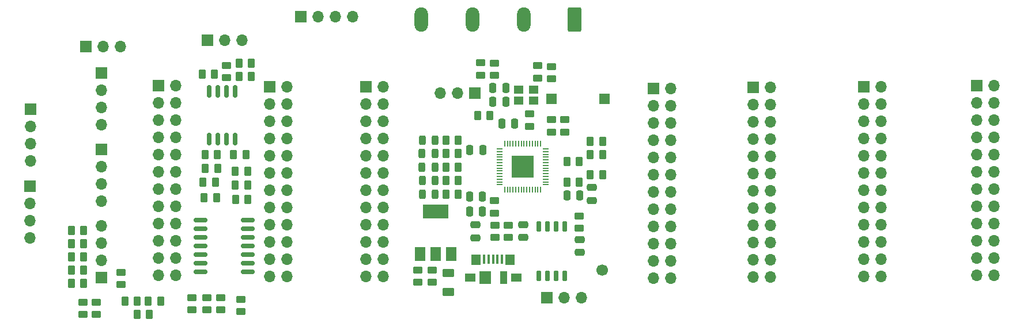
<source format=gts>
%TF.GenerationSoftware,KiCad,Pcbnew,(6.0.2)*%
%TF.CreationDate,2022-03-04T11:59:17-06:00*%
%TF.ProjectId,rev1,72657631-2e6b-4696-9361-645f70636258,rev?*%
%TF.SameCoordinates,Original*%
%TF.FileFunction,Soldermask,Top*%
%TF.FilePolarity,Negative*%
%FSLAX46Y46*%
G04 Gerber Fmt 4.6, Leading zero omitted, Abs format (unit mm)*
G04 Created by KiCad (PCBNEW (6.0.2)) date 2022-03-04 11:59:17*
%MOMM*%
%LPD*%
G01*
G04 APERTURE LIST*
G04 Aperture macros list*
%AMRoundRect*
0 Rectangle with rounded corners*
0 $1 Rounding radius*
0 $2 $3 $4 $5 $6 $7 $8 $9 X,Y pos of 4 corners*
0 Add a 4 corners polygon primitive as box body*
4,1,4,$2,$3,$4,$5,$6,$7,$8,$9,$2,$3,0*
0 Add four circle primitives for the rounded corners*
1,1,$1+$1,$2,$3*
1,1,$1+$1,$4,$5*
1,1,$1+$1,$6,$7*
1,1,$1+$1,$8,$9*
0 Add four rect primitives between the rounded corners*
20,1,$1+$1,$2,$3,$4,$5,0*
20,1,$1+$1,$4,$5,$6,$7,0*
20,1,$1+$1,$6,$7,$8,$9,0*
20,1,$1+$1,$8,$9,$2,$3,0*%
G04 Aperture macros list end*
%ADD10RoundRect,0.250000X0.250000X0.475000X-0.250000X0.475000X-0.250000X-0.475000X0.250000X-0.475000X0*%
%ADD11RoundRect,0.250000X0.475000X-0.250000X0.475000X0.250000X-0.475000X0.250000X-0.475000X-0.250000X0*%
%ADD12RoundRect,0.250000X-0.475000X0.250000X-0.475000X-0.250000X0.475000X-0.250000X0.475000X0.250000X0*%
%ADD13RoundRect,0.250000X-0.250000X-0.475000X0.250000X-0.475000X0.250000X0.475000X-0.250000X0.475000X0*%
%ADD14RoundRect,0.250000X-0.625000X0.375000X-0.625000X-0.375000X0.625000X-0.375000X0.625000X0.375000X0*%
%ADD15R,0.450000X1.380000*%
%ADD16R,1.650000X1.300000*%
%ADD17R,1.000000X1.900000*%
%ADD18R,1.425000X1.550000*%
%ADD19R,1.800000X1.900000*%
%ADD20R,1.700000X1.700000*%
%ADD21O,1.700000X1.700000*%
%ADD22RoundRect,0.250000X-0.450000X0.262500X-0.450000X-0.262500X0.450000X-0.262500X0.450000X0.262500X0*%
%ADD23RoundRect,0.250000X0.450000X-0.262500X0.450000X0.262500X-0.450000X0.262500X-0.450000X-0.262500X0*%
%ADD24RoundRect,0.250000X0.262500X0.450000X-0.262500X0.450000X-0.262500X-0.450000X0.262500X-0.450000X0*%
%ADD25R,1.400000X1.200000*%
%ADD26RoundRect,0.150000X-0.150000X0.650000X-0.150000X-0.650000X0.150000X-0.650000X0.150000X0.650000X0*%
%ADD27R,1.500000X1.500000*%
%ADD28RoundRect,0.250000X-0.262500X-0.450000X0.262500X-0.450000X0.262500X0.450000X-0.262500X0.450000X0*%
%ADD29RoundRect,0.243750X-0.243750X-0.456250X0.243750X-0.456250X0.243750X0.456250X-0.243750X0.456250X0*%
%ADD30R,1.500000X2.000000*%
%ADD31R,3.800000X2.000000*%
%ADD32R,0.812800X0.177800*%
%ADD33R,0.177800X0.812800*%
%ADD34R,3.200400X3.200400*%
%ADD35C,1.700000*%
%ADD36RoundRect,0.150000X0.150000X-0.800000X0.150000X0.800000X-0.150000X0.800000X-0.150000X-0.800000X0*%
%ADD37RoundRect,0.150000X0.837500X0.150000X-0.837500X0.150000X-0.837500X-0.150000X0.837500X-0.150000X0*%
%ADD38RoundRect,0.250000X0.750000X1.550000X-0.750000X1.550000X-0.750000X-1.550000X0.750000X-1.550000X0*%
%ADD39O,2.000000X3.600000*%
G04 APERTURE END LIST*
D10*
%TO.C,C2*%
X193981400Y-107760220D03*
X192081400Y-107760220D03*
%TD*%
%TO.C,C3*%
X193988940Y-109810000D03*
X192088940Y-109810000D03*
%TD*%
D11*
%TO.C,C1*%
X189559180Y-129855760D03*
X189559180Y-127955760D03*
%TD*%
D12*
%TO.C,C7*%
X196528940Y-127912580D03*
X196528940Y-129812580D03*
%TD*%
D13*
%TO.C,C4*%
X188634540Y-123757140D03*
X190534540Y-123757140D03*
%TD*%
D10*
%TO.C,C9*%
X190557400Y-126002500D03*
X188657400Y-126002500D03*
%TD*%
%TO.C,C5*%
X190600000Y-116950000D03*
X188700000Y-116950000D03*
%TD*%
D13*
%TO.C,C6*%
X202939820Y-123632680D03*
X204839820Y-123632680D03*
%TD*%
D11*
%TO.C,C8*%
X204814420Y-131999520D03*
X204814420Y-130099520D03*
%TD*%
D10*
%TO.C,C10*%
X195299580Y-113043420D03*
X193399580Y-113043420D03*
%TD*%
D12*
%TO.C,C11*%
X206650000Y-122450000D03*
X206650000Y-124350000D03*
%TD*%
D14*
%TO.C,D6*%
X185574920Y-135016500D03*
X185574920Y-137816500D03*
%TD*%
D15*
%TO.C,J2*%
X190815260Y-133024420D03*
X191465260Y-133024420D03*
X192115260Y-133024420D03*
X192765260Y-133024420D03*
X193415260Y-133024420D03*
D16*
X195490260Y-135684420D03*
X188740260Y-135684420D03*
D17*
X193665260Y-135684420D03*
D18*
X194602760Y-133109420D03*
D19*
X190965260Y-135684420D03*
D18*
X189627760Y-133109420D03*
%TD*%
D20*
%TO.C,J16*%
X189394080Y-108560320D03*
D21*
X186854080Y-108560320D03*
X184314080Y-108560320D03*
%TD*%
D22*
%TO.C,R11*%
X194354700Y-127972260D03*
X194354700Y-129797260D03*
%TD*%
%TO.C,R12*%
X192355720Y-127972260D03*
X192355720Y-129797260D03*
%TD*%
%TO.C,R18*%
X183179700Y-134589780D03*
X183179700Y-136414780D03*
%TD*%
D23*
%TO.C,R19*%
X181086740Y-136414780D03*
X181086740Y-134589780D03*
%TD*%
D24*
%TO.C,R47*%
X191662500Y-111800000D03*
X189837500Y-111800000D03*
%TD*%
D22*
%TO.C,R50*%
X204799180Y-126643840D03*
X204799180Y-128468840D03*
%TD*%
D25*
%TO.C,Y1*%
X198050400Y-108037280D03*
X195850400Y-108037280D03*
X195850400Y-109637280D03*
X198050400Y-109637280D03*
%TD*%
D26*
%TO.C,U5*%
X202675740Y-128223360D03*
X201405740Y-128223360D03*
X200135740Y-128223360D03*
X198865740Y-128223360D03*
X198865740Y-135423360D03*
X200135740Y-135423360D03*
X201405740Y-135423360D03*
X202675740Y-135423360D03*
%TD*%
D27*
%TO.C,SW1*%
X208515200Y-109352800D03*
X200715200Y-109352800D03*
%TD*%
D28*
%TO.C,R5*%
X185158880Y-121425000D03*
X186983880Y-121425000D03*
%TD*%
%TO.C,R4*%
X185162500Y-119444920D03*
X186987500Y-119444920D03*
%TD*%
%TO.C,R3*%
X185158840Y-117450000D03*
X186983840Y-117450000D03*
%TD*%
D29*
%TO.C,D3*%
X181680960Y-119439840D03*
X183555960Y-119439840D03*
%TD*%
%TO.C,D2*%
X181675000Y-117450000D03*
X183550000Y-117450000D03*
%TD*%
D30*
%TO.C,U2*%
X181400000Y-132275000D03*
D31*
X183700000Y-125975000D03*
D30*
X183700000Y-132275000D03*
X186000000Y-132275000D03*
%TD*%
D23*
%TO.C,R49*%
X200679300Y-114296920D03*
X200679300Y-112471920D03*
%TD*%
D29*
%TO.C,D4*%
X181687500Y-121419920D03*
X183562500Y-121419920D03*
%TD*%
D22*
%TO.C,R51*%
X192343020Y-124399760D03*
X192343020Y-126224760D03*
%TD*%
D32*
%TO.C,U4*%
X199863960Y-122029940D03*
X199863960Y-121623540D03*
X199863960Y-121217140D03*
X199863960Y-120810740D03*
X199863960Y-120404340D03*
X199863960Y-119997940D03*
X199863960Y-119591540D03*
X199863960Y-119185140D03*
X199863960Y-118778740D03*
X199863960Y-118372340D03*
X199863960Y-117965940D03*
X199863960Y-117559540D03*
X199863960Y-117153140D03*
X199863960Y-116746740D03*
D33*
X199101960Y-115984740D03*
X198695560Y-115984740D03*
X198289160Y-115984740D03*
X197882760Y-115984740D03*
X197476360Y-115984740D03*
X197069960Y-115984740D03*
X196663560Y-115984740D03*
X196257160Y-115984740D03*
X195850760Y-115984740D03*
X195444360Y-115984740D03*
X195037960Y-115984740D03*
X194631560Y-115984740D03*
X194225160Y-115984740D03*
X193818760Y-115984740D03*
D32*
X193056760Y-116746740D03*
X193056760Y-117153140D03*
X193056760Y-117559540D03*
X193056760Y-117965940D03*
X193056760Y-118372340D03*
X193056760Y-118778740D03*
X193056760Y-119185140D03*
X193056760Y-119591540D03*
X193056760Y-119997940D03*
X193056760Y-120404340D03*
X193056760Y-120810740D03*
X193056760Y-121217140D03*
X193056760Y-121623540D03*
X193056760Y-122029940D03*
D33*
X193818760Y-122791940D03*
X194225160Y-122791940D03*
X194631560Y-122791940D03*
X195037960Y-122791940D03*
X195444360Y-122791940D03*
X195850760Y-122791940D03*
X196257160Y-122791940D03*
X196663560Y-122791940D03*
X197069960Y-122791940D03*
X197476360Y-122791940D03*
X197882760Y-122791940D03*
X198289160Y-122791940D03*
X198695560Y-122791940D03*
X199101960Y-122791940D03*
D34*
X196460360Y-119388340D03*
%TD*%
D29*
%TO.C,D1*%
X181694880Y-115468900D03*
X183569880Y-115468900D03*
%TD*%
D28*
%TO.C,R2*%
X185172620Y-115468900D03*
X186997620Y-115468900D03*
%TD*%
D23*
%TO.C,R48*%
X197456040Y-113430780D03*
X197456040Y-111605780D03*
%TD*%
D35*
%TO.C,J14*%
X208185000Y-134575000D03*
%TD*%
D28*
%TO.C,R31*%
X130137500Y-130700000D03*
X131962500Y-130700000D03*
%TD*%
D20*
%TO.C,J15*%
X132275000Y-101700000D03*
D21*
X134815000Y-101700000D03*
X137355000Y-101700000D03*
%TD*%
D20*
%TO.C,J18*%
X159310000Y-107600000D03*
D21*
X161850000Y-107600000D03*
X159310000Y-110140000D03*
X161850000Y-110140000D03*
X159310000Y-112680000D03*
X161850000Y-112680000D03*
X159310000Y-115220000D03*
X161850000Y-115220000D03*
X159310000Y-117760000D03*
X161850000Y-117760000D03*
X159310000Y-120300000D03*
X161850000Y-120300000D03*
X159310000Y-122840000D03*
X161850000Y-122840000D03*
X159310000Y-125380000D03*
X161850000Y-125380000D03*
X159310000Y-127920000D03*
X161850000Y-127920000D03*
X159310000Y-130460000D03*
X161850000Y-130460000D03*
X159310000Y-133000000D03*
X161850000Y-133000000D03*
X159310000Y-135540000D03*
X161850000Y-135540000D03*
%TD*%
D28*
%TO.C,R20*%
X139777500Y-141150000D03*
X141602500Y-141150000D03*
%TD*%
%TO.C,R6*%
X185162500Y-123400000D03*
X186987500Y-123400000D03*
%TD*%
%TO.C,R1*%
X202962500Y-121650000D03*
X204787500Y-121650000D03*
%TD*%
%TO.C,R10*%
X206387500Y-115625000D03*
X208212500Y-115625000D03*
%TD*%
%TO.C,R40*%
X149807500Y-119670000D03*
X151632500Y-119670000D03*
%TD*%
D22*
%TO.C,R27*%
X147900000Y-138667500D03*
X147900000Y-140492500D03*
%TD*%
D24*
%TO.C,R37*%
X151332500Y-121660000D03*
X149507500Y-121660000D03*
%TD*%
D28*
%TO.C,R34*%
X130137500Y-128740000D03*
X131962500Y-128740000D03*
%TD*%
D23*
%TO.C,R16*%
X190250000Y-105912500D03*
X190250000Y-104087500D03*
%TD*%
D20*
%TO.C,J7*%
X134600000Y-135740000D03*
D21*
X134600000Y-133200000D03*
X134600000Y-130660000D03*
X134600000Y-128120000D03*
%TD*%
D23*
%TO.C,R46*%
X133810000Y-141152500D03*
X133810000Y-139327500D03*
%TD*%
D20*
%TO.C,J5*%
X246615000Y-107615000D03*
D21*
X249155000Y-107615000D03*
X246615000Y-110155000D03*
X249155000Y-110155000D03*
X246615000Y-112695000D03*
X249155000Y-112695000D03*
X246615000Y-115235000D03*
X249155000Y-115235000D03*
X246615000Y-117775000D03*
X249155000Y-117775000D03*
X246615000Y-120315000D03*
X249155000Y-120315000D03*
X246615000Y-122855000D03*
X249155000Y-122855000D03*
X246615000Y-125395000D03*
X249155000Y-125395000D03*
X246615000Y-127935000D03*
X249155000Y-127935000D03*
X246615000Y-130475000D03*
X249155000Y-130475000D03*
X246615000Y-133015000D03*
X249155000Y-133015000D03*
X246615000Y-135555000D03*
X249155000Y-135555000D03*
%TD*%
D23*
%TO.C,R36*%
X137450000Y-136772500D03*
X137450000Y-134947500D03*
%TD*%
D24*
%TO.C,R41*%
X156602500Y-106080000D03*
X154777500Y-106080000D03*
%TD*%
D20*
%TO.C,J8*%
X124100000Y-122250000D03*
D21*
X124100000Y-124790000D03*
X124100000Y-127330000D03*
X124100000Y-129870000D03*
%TD*%
D22*
%TO.C,R33*%
X152100000Y-138667500D03*
X152100000Y-140492500D03*
%TD*%
D36*
%TO.C,U3*%
X150415000Y-115310000D03*
X151685000Y-115310000D03*
X152955000Y-115310000D03*
X154225000Y-115310000D03*
X154225000Y-108310000D03*
X152955000Y-108310000D03*
X151685000Y-108310000D03*
X150415000Y-108310000D03*
%TD*%
D20*
%TO.C,J11*%
X134610000Y-105580000D03*
D21*
X134610000Y-108120000D03*
X134610000Y-110660000D03*
X134610000Y-113200000D03*
%TD*%
D22*
%TO.C,R24*%
X150060000Y-138667500D03*
X150060000Y-140492500D03*
%TD*%
D24*
%TO.C,R43*%
X151602500Y-117630000D03*
X149777500Y-117630000D03*
%TD*%
D28*
%TO.C,R7*%
X206387500Y-120600000D03*
X208212500Y-120600000D03*
%TD*%
%TO.C,R28*%
X130127500Y-132670000D03*
X131952500Y-132670000D03*
%TD*%
D23*
%TO.C,R14*%
X200675000Y-106462500D03*
X200675000Y-104637500D03*
%TD*%
D20*
%TO.C,J12*%
X215715000Y-107875000D03*
D21*
X218255000Y-107875000D03*
X215715000Y-110415000D03*
X218255000Y-110415000D03*
X215715000Y-112955000D03*
X218255000Y-112955000D03*
X215715000Y-115495000D03*
X218255000Y-115495000D03*
X215715000Y-118035000D03*
X218255000Y-118035000D03*
X215715000Y-120575000D03*
X218255000Y-120575000D03*
X215715000Y-123115000D03*
X218255000Y-123115000D03*
X215715000Y-125655000D03*
X218255000Y-125655000D03*
X215715000Y-128195000D03*
X218255000Y-128195000D03*
X215715000Y-130735000D03*
X218255000Y-130735000D03*
X215715000Y-133275000D03*
X218255000Y-133275000D03*
X215715000Y-135815000D03*
X218255000Y-135815000D03*
%TD*%
D24*
%TO.C,R39*%
X156602500Y-104120000D03*
X154777500Y-104120000D03*
%TD*%
D28*
%TO.C,R9*%
X206387500Y-117600000D03*
X208212500Y-117600000D03*
%TD*%
D37*
%TO.C,U1*%
X156092500Y-134830000D03*
X156092500Y-133560000D03*
X156092500Y-132290000D03*
X156092500Y-131020000D03*
X156092500Y-129750000D03*
X156092500Y-128480000D03*
X156092500Y-127210000D03*
X149167500Y-127210000D03*
X149167500Y-128480000D03*
X149167500Y-129750000D03*
X149167500Y-131020000D03*
X149167500Y-132290000D03*
X149167500Y-133560000D03*
X149167500Y-134830000D03*
%TD*%
D20*
%TO.C,J3*%
X199980000Y-138720000D03*
D21*
X202520000Y-138720000D03*
X205060000Y-138720000D03*
%TD*%
D24*
%TO.C,R35*%
X151472500Y-123990000D03*
X149647500Y-123990000D03*
%TD*%
D28*
%TO.C,R25*%
X130125000Y-134650000D03*
X131950000Y-134650000D03*
%TD*%
%TO.C,R26*%
X154247500Y-122070000D03*
X156072500Y-122070000D03*
%TD*%
D20*
%TO.C,J6*%
X230330000Y-107700000D03*
D21*
X232870000Y-107700000D03*
X230330000Y-110240000D03*
X232870000Y-110240000D03*
X230330000Y-112780000D03*
X232870000Y-112780000D03*
X230330000Y-115320000D03*
X232870000Y-115320000D03*
X230330000Y-117860000D03*
X232870000Y-117860000D03*
X230330000Y-120400000D03*
X232870000Y-120400000D03*
X230330000Y-122940000D03*
X232870000Y-122940000D03*
X230330000Y-125480000D03*
X232870000Y-125480000D03*
X230330000Y-128020000D03*
X232870000Y-128020000D03*
X230330000Y-130560000D03*
X232870000Y-130560000D03*
X230330000Y-133100000D03*
X232870000Y-133100000D03*
X230330000Y-135640000D03*
X232870000Y-135640000D03*
%TD*%
D20*
%TO.C,J9*%
X134610000Y-116858000D03*
D21*
X134610000Y-119398000D03*
X134610000Y-121938000D03*
X134610000Y-124478000D03*
%TD*%
D23*
%TO.C,R13*%
X202650000Y-114287500D03*
X202650000Y-112462500D03*
%TD*%
D29*
%TO.C,D5*%
X181687500Y-123400000D03*
X183562500Y-123400000D03*
%TD*%
D22*
%TO.C,R21*%
X131820000Y-139330000D03*
X131820000Y-141155000D03*
%TD*%
D20*
%TO.C,J19*%
X142990000Y-107470000D03*
D21*
X145530000Y-107470000D03*
X142990000Y-110010000D03*
X145530000Y-110010000D03*
X142990000Y-112550000D03*
X145530000Y-112550000D03*
X142990000Y-115090000D03*
X145530000Y-115090000D03*
X142990000Y-117630000D03*
X145530000Y-117630000D03*
X142990000Y-120170000D03*
X145530000Y-120170000D03*
X142990000Y-122710000D03*
X145530000Y-122710000D03*
X142990000Y-125250000D03*
X145530000Y-125250000D03*
X142990000Y-127790000D03*
X145530000Y-127790000D03*
X142990000Y-130330000D03*
X145530000Y-130330000D03*
X142990000Y-132870000D03*
X145530000Y-132870000D03*
X142990000Y-135410000D03*
X145530000Y-135410000D03*
%TD*%
D23*
%TO.C,R15*%
X198700000Y-106312500D03*
X198700000Y-104487500D03*
%TD*%
D28*
%TO.C,R23*%
X154207500Y-120020000D03*
X156032500Y-120020000D03*
%TD*%
%TO.C,R29*%
X138027500Y-139160000D03*
X139852500Y-139160000D03*
%TD*%
D24*
%TO.C,R44*%
X151182500Y-105770000D03*
X149357500Y-105770000D03*
%TD*%
D22*
%TO.C,R42*%
X152980000Y-104447500D03*
X152980000Y-106272500D03*
%TD*%
D28*
%TO.C,R38*%
X153957500Y-117590000D03*
X155782500Y-117590000D03*
%TD*%
%TO.C,R30*%
X154287500Y-124170000D03*
X156112500Y-124170000D03*
%TD*%
%TO.C,R8*%
X202962500Y-118625000D03*
X204787500Y-118625000D03*
%TD*%
D20*
%TO.C,J4*%
X263145000Y-107455000D03*
D21*
X265685000Y-107455000D03*
X263145000Y-109995000D03*
X265685000Y-109995000D03*
X263145000Y-112535000D03*
X265685000Y-112535000D03*
X263145000Y-115075000D03*
X265685000Y-115075000D03*
X263145000Y-117615000D03*
X265685000Y-117615000D03*
X263145000Y-120155000D03*
X265685000Y-120155000D03*
X263145000Y-122695000D03*
X265685000Y-122695000D03*
X263145000Y-125235000D03*
X265685000Y-125235000D03*
X263145000Y-127775000D03*
X265685000Y-127775000D03*
X263145000Y-130315000D03*
X265685000Y-130315000D03*
X263145000Y-132855000D03*
X265685000Y-132855000D03*
X263145000Y-135395000D03*
X265685000Y-135395000D03*
%TD*%
D20*
%TO.C,J1*%
X163900000Y-97320000D03*
D21*
X166440000Y-97320000D03*
X168980000Y-97320000D03*
X171520000Y-97320000D03*
%TD*%
D24*
%TO.C,R32*%
X143292500Y-139180000D03*
X141467500Y-139180000D03*
%TD*%
D20*
%TO.C,J17*%
X150115000Y-100750000D03*
D21*
X152655000Y-100750000D03*
X155195000Y-100750000D03*
%TD*%
D38*
%TO.C,J20*%
X204100000Y-97737500D03*
D39*
X196600000Y-97737500D03*
X189100000Y-97737500D03*
X181600000Y-97737500D03*
%TD*%
D23*
%TO.C,R17*%
X192275000Y-105937500D03*
X192275000Y-104112500D03*
%TD*%
D28*
%TO.C,R22*%
X130127500Y-136600000D03*
X131952500Y-136600000D03*
%TD*%
D23*
%TO.C,R45*%
X155040000Y-140732500D03*
X155040000Y-138907500D03*
%TD*%
D20*
%TO.C,J13*%
X173400000Y-107600000D03*
D21*
X175940000Y-107600000D03*
X173400000Y-110140000D03*
X175940000Y-110140000D03*
X173400000Y-112680000D03*
X175940000Y-112680000D03*
X173400000Y-115220000D03*
X175940000Y-115220000D03*
X173400000Y-117760000D03*
X175940000Y-117760000D03*
X173400000Y-120300000D03*
X175940000Y-120300000D03*
X173400000Y-122840000D03*
X175940000Y-122840000D03*
X173400000Y-125380000D03*
X175940000Y-125380000D03*
X173400000Y-127920000D03*
X175940000Y-127920000D03*
X173400000Y-130460000D03*
X175940000Y-130460000D03*
X173400000Y-133000000D03*
X175940000Y-133000000D03*
X173400000Y-135540000D03*
X175940000Y-135540000D03*
%TD*%
D20*
%TO.C,J10*%
X124120000Y-110940000D03*
D21*
X124120000Y-113480000D03*
X124120000Y-116020000D03*
X124120000Y-118560000D03*
%TD*%
M02*

</source>
